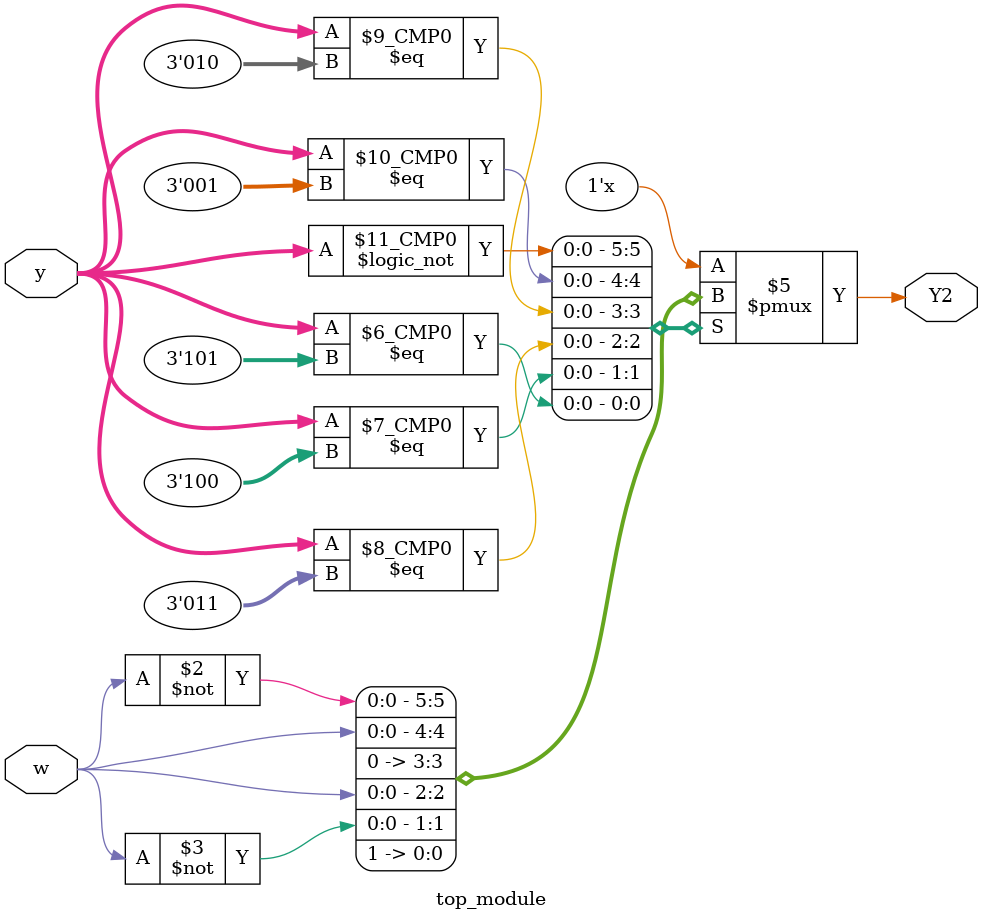
<source format=sv>
module top_module(
    input [3:1] y,
    input w,
    output reg Y2
);

always @(*) begin
    case (y)
        3'b000: Y2 = ~w;
        3'b001: Y2 = w;
        3'b010: Y2 = 1'b0;
        3'b011: Y2 = w;
        3'b100: Y2 = ~w;
        3'b101: Y2 = 1'b1;
        default: Y2 = 1'bx;
    endcase
end

endmodule

</source>
